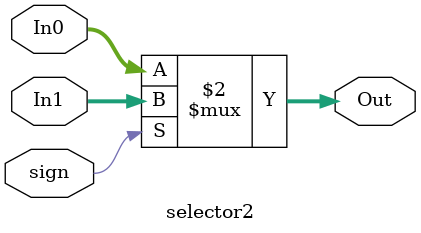
<source format=v>
`timescale 1ns / 1ps


module selector2(
    input sign,
    input [31:0] In0,
    input [31:0] In1,
    output [31:0] Out
    );
    assign Out = sign == 0 ? In0 : In1;
endmodule

</source>
